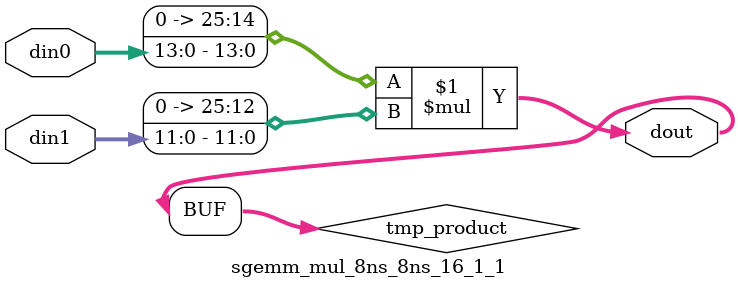
<source format=v>

`timescale 1 ns / 1 ps

  module sgemm_mul_8ns_8ns_16_1_1(din0, din1, dout);
parameter ID = 1;
parameter NUM_STAGE = 0;
parameter din0_WIDTH = 14;
parameter din1_WIDTH = 12;
parameter dout_WIDTH = 26;

input [din0_WIDTH - 1 : 0] din0; 
input [din1_WIDTH - 1 : 0] din1; 
output [dout_WIDTH - 1 : 0] dout;

wire signed [dout_WIDTH - 1 : 0] tmp_product;










assign tmp_product = $signed({1'b0, din0}) * $signed({1'b0, din1});











assign dout = tmp_product;







endmodule

</source>
